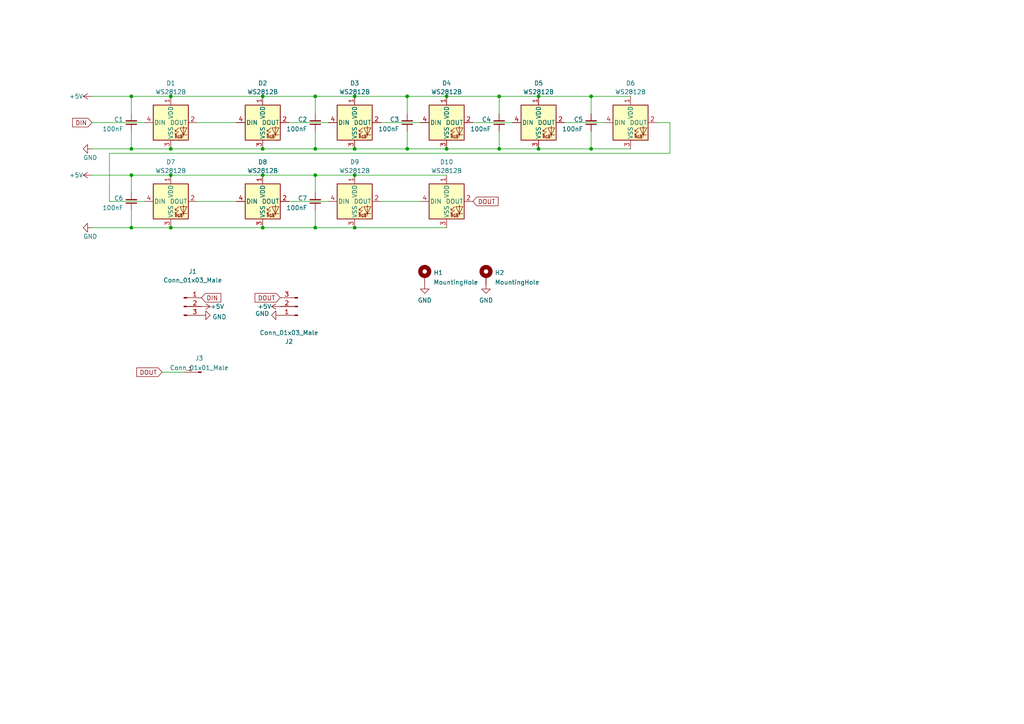
<source format=kicad_sch>
(kicad_sch (version 20211123) (generator eeschema)
  (paper "A4")
  (lib_symbols
    (symbol "Connector:Conn_01x01_Male" (pin_names (offset 1.016) hide)
      (property "Reference" "J" (at 0 2.54 0))
      (property "Value" "Conn_01x01_Male" (at 0 -2.54 0))
      (symbol "Conn_01x01_Male_1_1"
        (polyline (pts (xy 1.27 0) (xy 0.8636 0)) (stroke (width 0.1524)))
        (rectangle (start 0.8636 0.127) (end 0 -0.127) (stroke (width 0.1524)) (fill (type outline)))
        (pin passive line (at 5.08 0 180) (length 3.81) (name "Pin_1") (number "1"))
      )
    )
    (symbol "Connector:Conn_01x03_Male" (pin_names (offset 1.016) hide)
      (property "Reference" "J" (at 0 5.08 0))
      (property "Value" "Conn_01x03_Male" (at 0 -5.08 0))
      (symbol "Conn_01x03_Male_1_1"
        (polyline (pts (xy 1.27 -2.54) (xy 0.8636 -2.54)) (stroke (width 0.1524)))
        (polyline (pts (xy 1.27 0) (xy 0.8636 0)) (stroke (width 0.1524)))
        (polyline (pts (xy 1.27 2.54) (xy 0.8636 2.54)) (stroke (width 0.1524)))
        (rectangle (start 0.8636 -2.413) (end 0 -2.667) (stroke (width 0.1524)) (fill (type outline)))
        (rectangle (start 0.8636 0.127) (end 0 -0.127) (stroke (width 0.1524)) (fill (type outline)))
        (rectangle (start 0.8636 2.667) (end 0 2.413) (stroke (width 0.1524)) (fill (type outline)))
        (pin passive line (at 5.08 2.54 180) (length 3.81) (name "Pin_1") (number "1"))
        (pin passive line (at 5.08 0 180) (length 3.81) (name "Pin_2") (number "2"))
        (pin passive line (at 5.08 -2.54 180) (length 3.81) (name "Pin_3") (number "3"))
      )
    )
    (symbol "Device:C_Small" (pin_numbers hide) (pin_names (offset 0.254) hide)
      (property "Reference" "C" (at 0.254 1.778 0))
      (property "Value" "C_Small" (at 0.254 -2.032 0))
      (symbol "C_Small_0_1"
        (polyline (pts (xy -1.524 -0.508) (xy 1.524 -0.508)) (stroke (width 0.3302)))
        (polyline (pts (xy -1.524 0.508) (xy 1.524 0.508)) (stroke (width 0.3048)))
      )
      (symbol "C_Small_1_1"
        (pin passive line (at 0 2.54 270) (length 2.032) (name "~") (number "1"))
        (pin passive line (at 0 -2.54 90) (length 2.032) (name "~") (number "2"))
      )
    )
    (symbol "LED:WS2812B" (pin_names (offset 0.254))
      (property "Reference" "D" (at 5.08 5.715 0))
      (property "Value" "WS2812B" (at 1.27 -5.715 0))
      (symbol "WS2812B_0_0"
        (text "RGB" (at 2.286 -4.191 0) (effects (font (size 0.762 0.762))))
      )
      (symbol "WS2812B_0_1"
        (polyline (pts (xy 1.27 -3.556) (xy 1.778 -3.556)))
        (polyline (pts (xy 1.27 -2.54) (xy 1.778 -2.54)))
        (polyline (pts (xy 4.699 -3.556) (xy 2.667 -3.556)))
        (polyline (pts (xy 2.286 -2.54) (xy 1.27 -3.556) (xy 1.27 -3.048)))
        (polyline (pts (xy 2.286 -1.524) (xy 1.27 -2.54) (xy 1.27 -2.032)))
        (polyline (pts (xy 3.683 -1.016) (xy 3.683 -3.556) (xy 3.683 -4.064)))
        (polyline (pts (xy 4.699 -1.524) (xy 2.667 -1.524) (xy 3.683 -3.556) (xy 4.699 -1.524)))
        (rectangle (start 5.08 5.08) (end -5.08 -5.08) (stroke (width 0.254)) (fill (type background)))
      )
      (symbol "WS2812B_1_1"
        (pin power_in line (at 0 7.62 270) (length 2.54) (name "VDD") (number "1"))
        (pin output line (at 7.62 0 180) (length 2.54) (name "DOUT") (number "2"))
        (pin power_in line (at 0 -7.62 90) (length 2.54) (name "VSS") (number "3"))
        (pin input line (at -7.62 0 0) (length 2.54) (name "DIN") (number "4"))
      )
    )
    (symbol "Mechanical:MountingHole_Pad" (pin_numbers hide) (pin_names (offset 1.016) hide)
      (property "Reference" "H" (at 0 6.35 0))
      (property "Value" "MountingHole_Pad" (at 0 4.445 0))
      (symbol "MountingHole_Pad_0_1"
        (circle (center 0 1.27) (radius 1.27) (stroke (width 1.27)))
      )
      (symbol "MountingHole_Pad_1_1"
        (pin input line (at 0 -2.54 90) (length 2.54) (name "1") (number "1"))
      )
    )
    (symbol "power:+5V" (power) (pin_names (offset 0))
      (property "Value" "+5V" (at 0 3.556 0))
      (symbol "+5V_0_1"
        (polyline (pts (xy -0.762 1.27) (xy 0 2.54)))
        (polyline (pts (xy 0 0) (xy 0 2.54)))
        (polyline (pts (xy 0 2.54) (xy 0.762 1.27)))
      )
      (symbol "+5V_1_1"
        (pin power_in line (at 0 0 90) (length 0) hide (name "+5V") (number "1"))
      )
    )
    (symbol "power:GND" (power) (pin_names (offset 0))
      (property "Value" "GND" (at 0 -3.81 0))
      (symbol "GND_0_1"
        (polyline (pts (xy 0 0) (xy 0 -1.27) (xy 1.27 -1.27) (xy 0 -2.54) (xy -1.27 -1.27) (xy 0 -1.27)))
      )
      (symbol "GND_1_1"
        (pin power_in line (at 0 0 270) (length 0) hide (name "GND") (number "1"))
      )
    )
  )
  (junction (at 129.54 43.18))
  (junction (at 102.87 50.8))
  (junction (at 102.87 43.18))
  (junction (at 38.1 27.94))
  (junction (at 49.53 66.04))
  (junction (at 91.44 50.8))
  (junction (at 49.53 50.8))
  (junction (at 171.45 27.94))
  (junction (at 38.1 66.04))
  (junction (at 76.2 27.94))
  (junction (at 38.1 43.18))
  (junction (at 49.53 27.94))
  (junction (at 118.11 43.18))
  (junction (at 156.21 43.18))
  (junction (at 76.2 43.18))
  (junction (at 102.87 27.94))
  (junction (at 102.87 66.04))
  (junction (at 76.2 66.04))
  (junction (at 129.54 27.94))
  (junction (at 38.1 50.8))
  (junction (at 156.21 27.94))
  (junction (at 76.2 50.8))
  (junction (at 144.78 43.18))
  (junction (at 91.44 66.04))
  (junction (at 49.53 43.18))
  (junction (at 118.11 27.94))
  (junction (at 144.78 27.94))
  (junction (at 91.44 27.94))
  (junction (at 171.45 43.18))
  (junction (at 91.44 43.18))
  (wire (pts (xy 91.44 38.1) (xy 91.44 43.18)))
  (wire (pts (xy 76.2 50.8) (xy 91.44 50.8)))
  (wire (pts (xy 38.1 60.96) (xy 38.1 66.04)))
  (wire (pts (xy 144.78 27.94) (xy 156.21 27.94)))
  (wire (pts (xy 171.45 43.18) (xy 182.88 43.18)))
  (wire (pts (xy 102.87 27.94) (xy 118.11 27.94)))
  (wire (pts (xy 171.45 33.02) (xy 171.45 27.94)))
  (wire (pts (xy 118.11 43.18) (xy 129.54 43.18)))
  (wire (pts (xy 118.11 27.94) (xy 129.54 27.94)))
  (wire (pts (xy 57.15 35.56) (xy 68.58 35.56)))
  (wire (pts (xy 76.2 43.18) (xy 91.44 43.18)))
  (wire (pts (xy 171.45 38.1) (xy 171.45 43.18)))
  (wire (pts (xy 102.87 66.04) (xy 129.54 66.04)))
  (wire (pts (xy 83.82 35.56) (xy 95.25 35.56)))
  (wire (pts (xy 91.44 60.96) (xy 91.44 66.04)))
  (wire (pts (xy 91.44 55.88) (xy 91.44 50.8)))
  (wire (pts (xy 41.91 58.42) (xy 31.75 58.42)))
  (wire (pts (xy 110.49 35.56) (xy 121.92 35.56)))
  (wire (pts (xy 31.75 58.42) (xy 31.75 44.45)))
  (wire (pts (xy 144.78 33.02) (xy 144.78 27.94)))
  (wire (pts (xy 49.53 43.18) (xy 76.2 43.18)))
  (wire (pts (xy 49.53 66.04) (xy 76.2 66.04)))
  (wire (pts (xy 49.53 27.94) (xy 76.2 27.94)))
  (wire (pts (xy 26.67 27.94) (xy 38.1 27.94)))
  (wire (pts (xy 110.49 58.42) (xy 121.92 58.42)))
  (wire (pts (xy 118.11 38.1) (xy 118.11 43.18)))
  (wire (pts (xy 163.83 35.56) (xy 175.26 35.56)))
  (wire (pts (xy 38.1 27.94) (xy 49.53 27.94)))
  (wire (pts (xy 38.1 43.18) (xy 49.53 43.18)))
  (wire (pts (xy 194.31 35.56) (xy 190.5 35.56)))
  (wire (pts (xy 129.54 43.18) (xy 144.78 43.18)))
  (wire (pts (xy 38.1 33.02) (xy 38.1 27.94)))
  (wire (pts (xy 144.78 43.18) (xy 156.21 43.18)))
  (wire (pts (xy 137.16 35.56) (xy 148.59 35.56)))
  (wire (pts (xy 31.75 44.45) (xy 194.31 44.45)))
  (wire (pts (xy 91.44 50.8) (xy 102.87 50.8)))
  (wire (pts (xy 57.15 58.42) (xy 68.58 58.42)))
  (wire (pts (xy 76.2 27.94) (xy 91.44 27.94)))
  (wire (pts (xy 26.67 35.56) (xy 41.91 35.56)))
  (wire (pts (xy 91.44 66.04) (xy 102.87 66.04)))
  (wire (pts (xy 83.82 58.42) (xy 95.25 58.42)))
  (wire (pts (xy 26.67 50.8) (xy 38.1 50.8)))
  (wire (pts (xy 156.21 27.94) (xy 171.45 27.94)))
  (wire (pts (xy 38.1 66.04) (xy 49.53 66.04)))
  (wire (pts (xy 49.53 50.8) (xy 76.2 50.8)))
  (wire (pts (xy 102.87 43.18) (xy 118.11 43.18)))
  (wire (pts (xy 194.31 44.45) (xy 194.31 35.56)))
  (wire (pts (xy 26.67 43.18) (xy 38.1 43.18)))
  (wire (pts (xy 91.44 27.94) (xy 102.87 27.94)))
  (wire (pts (xy 76.2 66.04) (xy 91.44 66.04)))
  (wire (pts (xy 38.1 50.8) (xy 49.53 50.8)))
  (wire (pts (xy 156.21 43.18) (xy 171.45 43.18)))
  (wire (pts (xy 46.99 107.95) (xy 53.34 107.95)))
  (wire (pts (xy 26.67 66.04) (xy 38.1 66.04)))
  (wire (pts (xy 91.44 33.02) (xy 91.44 27.94)))
  (wire (pts (xy 91.44 43.18) (xy 102.87 43.18)))
  (wire (pts (xy 118.11 33.02) (xy 118.11 27.94)))
  (wire (pts (xy 129.54 27.94) (xy 144.78 27.94)))
  (wire (pts (xy 38.1 55.88) (xy 38.1 50.8)))
  (wire (pts (xy 171.45 27.94) (xy 182.88 27.94)))
  (wire (pts (xy 102.87 50.8) (xy 129.54 50.8)))
  (wire (pts (xy 38.1 38.1) (xy 38.1 43.18)))
  (wire (pts (xy 144.78 38.1) (xy 144.78 43.18)))
  (global_label "DOUT" (shape input) (at 137.16 58.42 0) (property "Intersheet References" "${INTERSHEET_REFS}" (effects hide)))
  (global_label "DOUT" (shape input) (at 81.28 86.36 180) (property "Intersheet References" "${INTERSHEET_REFS}" (effects hide)))
  (global_label "DIN" (shape input) (at 26.67 35.56 180) (property "Intersheet References" "${INTERSHEET_REFS}" (effects hide)))
  (global_label "DIN" (shape input) (at 58.42 86.36 0) (property "Intersheet References" "${INTERSHEET_REFS}" (effects hide)))
  (global_label "DOUT" (shape input) (at 46.99 107.95 180) (property "Intersheet References" "${INTERSHEET_REFS}" (effects hide)))
  (symbol (lib_id "LED:WS2812B") (at 182.88 35.56 0) (unit 1)
    (property "Reference" "D6" (at 182.88 24.13 0))
    (property "Value" "WS2812B" (at 182.88 26.67 0))
    (property "Footprint" "Daylight:LED_WS2812B_PLCC4_5.0x5.0mm_P3.2mm" (effects hide))
    (property "Datasheet" "https://cdn-shop.adafruit.com/datasheets/WS2812B.pdf" (effects hide))
  )
  (symbol (lib_id "power:GND") (at 26.67 43.18 270) (unit 1)
    (property "Reference" "#PWR02" (effects hide))
    (property "Value" "GND" (at 24.13 45.72 90) (effects (justify left)))
  )
  (symbol (lib_id "power:GND") (at 58.42 91.44 90) (unit 1)
    (property "Reference" "#PWR09" (effects hide))
    (property "Value" "GND" (at 61.595 91.919 90) (effects (justify right)))
  )
  (symbol (lib_id "power:+5V") (at 26.67 50.8 90) (unit 1)
    (property "Reference" "#PWR03" (effects hide))
    (property "Value" "+5V" (at 24.13 50.8 90) (effects (justify left)))
  )
  (symbol (lib_id "power:+5V") (at 58.42 88.9 270) (unit 1)
    (property "Reference" "#PWR07" (effects hide))
    (property "Value" "+5V" (at 60.96 88.9 90) (effects (justify left)))
  )
  (symbol (lib_id "Device:C_Small") (at 91.44 58.42 0) (mirror x) (unit 1)
    (property "Reference" "C7" (at 89.1159 57.5051 0) (effects (justify right)))
    (property "Value" "100nF" (at 89.1159 60.2802 0) (effects (justify right)))
    (property "Footprint" "Daylight:C_0805_2012Metric_Pad1.18x1.45mm_HandSolder" (effects hide))
  )
  (symbol (lib_id "power:GND") (at 123.19 82.55 0) (unit 1)
    (property "Reference" "#PWR05" (effects hide))
    (property "Value" "GND" (at 123.19 87.1124 0))
  )
  (symbol (lib_id "Connector:Conn_01x03_Male") (at 53.34 88.9 0) (unit 1)
    (property "Reference" "J1" (at 55.88 78.74 0))
    (property "Value" "Conn_01x03_Male" (at 55.88 81.28 0))
    (property "Footprint" "Daylight:JST_XH_S3B-XH-A-1_1x03_P2.50mm_Horizontal" (effects hide))
  )
  (symbol (lib_id "LED:WS2812B") (at 102.87 58.42 0) (unit 1)
    (property "Reference" "D9" (at 102.87 46.99 0))
    (property "Value" "WS2812B" (at 102.87 49.53 0))
    (property "Footprint" "Daylight:LED_WS2812B_PLCC4_5.0x5.0mm_P3.2mm" (effects hide))
    (property "Datasheet" "https://cdn-shop.adafruit.com/datasheets/WS2812B.pdf" (effects hide))
  )
  (symbol (lib_id "LED:WS2812B") (at 76.2 58.42 0) (unit 1)
    (property "Reference" "D8" (at 76.2 46.99 0))
    (property "Value" "WS2812B" (at 76.2 49.53 0))
    (property "Footprint" "Daylight:LED_WS2812B_PLCC4_5.0x5.0mm_P3.2mm" (effects hide))
    (property "Datasheet" "https://cdn-shop.adafruit.com/datasheets/WS2812B.pdf" (effects hide))
  )
  (symbol (lib_id "Mechanical:MountingHole_Pad") (at 140.97 80.01 0) (unit 1) (in_bom no)
    (property "Reference" "H2" (at 143.51 79.1015 0) (effects (justify left)))
    (property "Value" "MountingHole" (at 143.51 81.8766 0) (effects (justify left)))
    (property "Footprint" "MountingHole:MountingHole_3.2mm_M3_Pad_Via" (effects hide))
  )
  (symbol (lib_id "power:GND") (at 140.97 82.55 0) (unit 1)
    (property "Reference" "#PWR06" (effects hide))
    (property "Value" "GND" (at 140.97 87.1124 0))
  )
  (symbol (lib_id "LED:WS2812B") (at 129.54 58.42 0) (unit 1)
    (property "Reference" "D10" (at 129.54 46.99 0))
    (property "Value" "WS2812B" (at 129.54 49.53 0))
    (property "Footprint" "Daylight:LED_WS2812B_PLCC4_5.0x5.0mm_P3.2mm" (effects hide))
    (property "Datasheet" "https://cdn-shop.adafruit.com/datasheets/WS2812B.pdf" (effects hide))
  )
  (symbol (lib_id "LED:WS2812B") (at 156.21 35.56 0) (unit 1)
    (property "Reference" "D5" (at 156.21 24.13 0))
    (property "Value" "WS2812B" (at 156.21 26.67 0))
    (property "Footprint" "Daylight:LED_WS2812B_PLCC4_5.0x5.0mm_P3.2mm" (effects hide))
    (property "Datasheet" "https://cdn-shop.adafruit.com/datasheets/WS2812B.pdf" (effects hide))
  )
  (symbol (lib_id "Connector:Conn_01x01_Male") (at 58.42 107.95 180) (unit 1)
    (property "Reference" "J3" (at 57.785 103.9073 0))
    (property "Value" "Conn_01x01_Male" (at 57.785 106.6824 0))
    (property "Footprint" "Daylight:PinHeader-1-with-SMDpad" (effects hide))
  )
  (symbol (lib_id "Device:C_Small") (at 38.1 35.56 0) (mirror x) (unit 1)
    (property "Reference" "C1" (at 35.7759 34.6451 0) (effects (justify right)))
    (property "Value" "100nF" (at 35.7759 37.4202 0) (effects (justify right)))
    (property "Footprint" "Daylight:C_0805_2012Metric_Pad1.18x1.45mm_HandSolder" (effects hide))
  )
  (symbol (lib_id "Connector:Conn_01x03_Male") (at 86.36 88.9 180) (unit 1)
    (property "Reference" "J2" (at 83.82 99.06 0))
    (property "Value" "Conn_01x03_Male" (at 83.82 96.52 0))
    (property "Footprint" "Daylight:JST_XH_S3B-XH-A-1_1x03_P2.50mm_Horizontal" (effects hide))
  )
  (symbol (lib_id "Device:C_Small") (at 171.45 35.56 0) (mirror x) (unit 1)
    (property "Reference" "C5" (at 169.1259 34.6451 0) (effects (justify right)))
    (property "Value" "100nF" (at 169.1259 37.4202 0) (effects (justify right)))
    (property "Footprint" "Daylight:C_0805_2012Metric_Pad1.18x1.45mm_HandSolder" (effects hide))
  )
  (symbol (lib_id "Device:C_Small") (at 118.11 35.56 0) (mirror x) (unit 1)
    (property "Reference" "C3" (at 115.7859 34.6451 0) (effects (justify right)))
    (property "Value" "100nF" (at 115.7859 37.4202 0) (effects (justify right)))
    (property "Footprint" "Daylight:C_0805_2012Metric_Pad1.18x1.45mm_HandSolder" (effects hide))
  )
  (symbol (lib_id "LED:WS2812B") (at 102.87 35.56 0) (unit 1)
    (property "Reference" "D3" (at 102.87 24.13 0))
    (property "Value" "WS2812B" (at 102.87 26.67 0))
    (property "Footprint" "Daylight:LED_WS2812B_PLCC4_5.0x5.0mm_P3.2mm" (effects hide))
    (property "Datasheet" "https://cdn-shop.adafruit.com/datasheets/WS2812B.pdf" (effects hide))
  )
  (symbol (lib_id "power:+5V") (at 81.28 88.9 90) (unit 1)
    (property "Reference" "#PWR08" (effects hide))
    (property "Value" "+5V" (at 78.74 88.9 90) (effects (justify left)))
  )
  (symbol (lib_id "Device:C_Small") (at 144.78 35.56 0) (mirror x) (unit 1)
    (property "Reference" "C4" (at 142.4559 34.6451 0) (effects (justify right)))
    (property "Value" "100nF" (at 142.4559 37.4202 0) (effects (justify right)))
    (property "Footprint" "Daylight:C_0805_2012Metric_Pad1.18x1.45mm_HandSolder" (effects hide))
  )
  (symbol (lib_id "LED:WS2812B") (at 76.2 35.56 0) (unit 1)
    (property "Reference" "D2" (at 76.2 24.13 0))
    (property "Value" "WS2812B" (at 76.2 26.67 0))
    (property "Footprint" "Daylight:LED_WS2812B_PLCC4_5.0x5.0mm_P3.2mm" (effects hide))
    (property "Datasheet" "https://cdn-shop.adafruit.com/datasheets/WS2812B.pdf" (effects hide))
  )
  (symbol (lib_id "Device:C_Small") (at 91.44 35.56 0) (mirror x) (unit 1)
    (property "Reference" "C2" (at 89.1159 34.6451 0) (effects (justify right)))
    (property "Value" "100nF" (at 89.1159 37.4202 0) (effects (justify right)))
    (property "Footprint" "Daylight:C_0805_2012Metric_Pad1.18x1.45mm_HandSolder" (effects hide))
  )
  (symbol (lib_id "LED:WS2812B") (at 49.53 58.42 0) (unit 1)
    (property "Reference" "D7" (at 49.53 46.99 0))
    (property "Value" "WS2812B" (at 49.53 49.53 0))
    (property "Footprint" "Daylight:LED_WS2812B_PLCC4_5.0x5.0mm_P3.2mm" (effects hide))
    (property "Datasheet" "https://cdn-shop.adafruit.com/datasheets/WS2812B.pdf" (effects hide))
  )
  (symbol (lib_id "Device:C_Small") (at 38.1 58.42 0) (mirror x) (unit 1)
    (property "Reference" "C6" (at 35.7759 57.5051 0) (effects (justify right)))
    (property "Value" "100nF" (at 35.7759 60.2802 0) (effects (justify right)))
    (property "Footprint" "Daylight:C_0805_2012Metric_Pad1.18x1.45mm_HandSolder" (effects hide))
  )
  (symbol (lib_id "Mechanical:MountingHole_Pad") (at 123.19 80.01 0) (unit 1) (in_bom no)
    (property "Reference" "H1" (at 125.73 79.1015 0) (effects (justify left)))
    (property "Value" "MountingHole" (at 125.73 81.8766 0) (effects (justify left)))
    (property "Footprint" "MountingHole:MountingHole_3.2mm_M3_Pad_Via" (effects hide))
  )
  (symbol (lib_id "LED:WS2812B") (at 49.53 35.56 0) (unit 1)
    (property "Reference" "D1" (at 49.53 24.13 0))
    (property "Value" "WS2812B" (at 49.53 26.67 0))
    (property "Footprint" "Daylight:LED_WS2812B_PLCC4_5.0x5.0mm_P3.2mm" (effects hide))
    (property "Datasheet" "https://cdn-shop.adafruit.com/datasheets/WS2812B.pdf" (effects hide))
  )
  (symbol (lib_id "power:GND") (at 26.67 66.04 270) (unit 1)
    (property "Reference" "#PWR04" (effects hide))
    (property "Value" "GND" (at 24.13 68.58 90) (effects (justify left)))
  )
  (symbol (lib_id "LED:WS2812B") (at 129.54 35.56 0) (unit 1)
    (property "Reference" "D4" (at 129.54 24.13 0))
    (property "Value" "WS2812B" (at 129.54 26.67 0))
    (property "Footprint" "Daylight:LED_WS2812B_PLCC4_5.0x5.0mm_P3.2mm" (effects hide))
    (property "Datasheet" "https://cdn-shop.adafruit.com/datasheets/WS2812B.pdf" (effects hide))
  )
  (symbol (lib_id "power:+5V") (at 26.67 27.94 90) (unit 1)
    (property "Reference" "#PWR01" (effects hide))
    (property "Value" "+5V" (at 24.13 27.94 90) (effects (justify left)))
  )
  (symbol (lib_id "power:GND") (at 81.28 91.44 270) (unit 1)
    (property "Reference" "#PWR010" (effects hide))
    (property "Value" "GND" (at 78.105 90.961 90) (effects (justify right)))
  )
)
</source>
